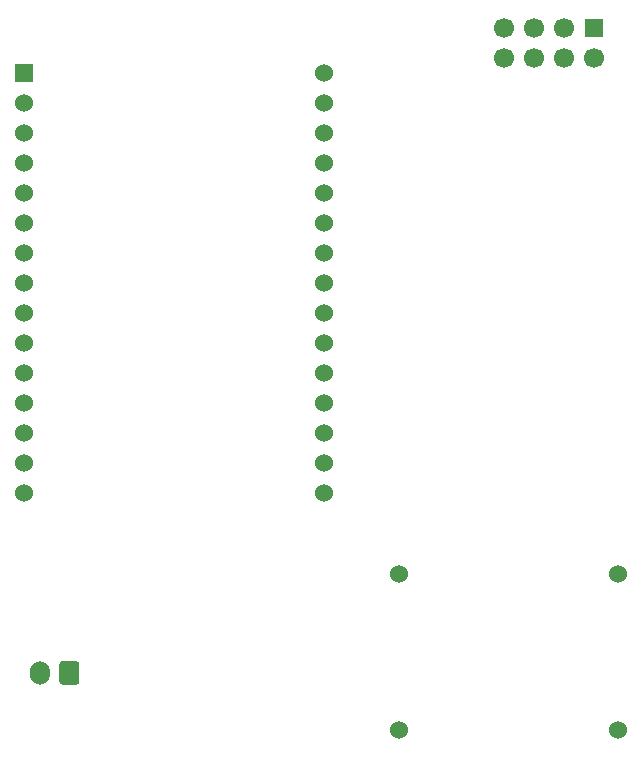
<source format=gbr>
%TF.GenerationSoftware,KiCad,Pcbnew,(5.1.10)-1*%
%TF.CreationDate,2022-04-03T22:30:19-03:00*%
%TF.ProjectId,ESP32_nFR24L01,45535033-325f-46e4-9652-32344c30312e,rev?*%
%TF.SameCoordinates,Original*%
%TF.FileFunction,Soldermask,Bot*%
%TF.FilePolarity,Negative*%
%FSLAX46Y46*%
G04 Gerber Fmt 4.6, Leading zero omitted, Abs format (unit mm)*
G04 Created by KiCad (PCBNEW (5.1.10)-1) date 2022-04-03 22:30:19*
%MOMM*%
%LPD*%
G01*
G04 APERTURE LIST*
%ADD10O,1.700000X2.000000*%
%ADD11C,1.524000*%
%ADD12C,1.700000*%
%ADD13R,1.524000X1.524000*%
G04 APERTURE END LIST*
D10*
%TO.C,J1*%
X121960000Y-121920000D03*
G36*
G01*
X125310000Y-121170000D02*
X125310000Y-122670000D01*
G75*
G02*
X125060000Y-122920000I-250000J0D01*
G01*
X123860000Y-122920000D01*
G75*
G02*
X123610000Y-122670000I0J250000D01*
G01*
X123610000Y-121170000D01*
G75*
G02*
X123860000Y-120920000I250000J0D01*
G01*
X125060000Y-120920000D01*
G75*
G02*
X125310000Y-121170000I0J-250000D01*
G01*
G37*
%TD*%
D11*
%TO.C,U3*%
X152400000Y-126746000D03*
X170942000Y-126746000D03*
X152400000Y-113538000D03*
X170942000Y-113538000D03*
%TD*%
D12*
%TO.C,U2*%
X161290000Y-69850000D03*
X161290000Y-67310000D03*
X163830000Y-69850000D03*
X163830000Y-67310000D03*
X166370000Y-69850000D03*
X166370000Y-67310000D03*
X168910000Y-69850000D03*
D13*
X168910000Y-67310000D03*
%TD*%
%TO.C,U1*%
X120650000Y-71120000D03*
D11*
X120650000Y-73660000D03*
X120650000Y-76200000D03*
X120650000Y-78740000D03*
X120650000Y-81280000D03*
X120650000Y-83820000D03*
X120650000Y-86360000D03*
X120650000Y-88900000D03*
X120650000Y-91440000D03*
X120650000Y-93980000D03*
X120650000Y-96520000D03*
X120650000Y-99060000D03*
X120650000Y-101600000D03*
X120650000Y-104140000D03*
X120650000Y-106680000D03*
X146050000Y-106680000D03*
X146050000Y-104140000D03*
X146050000Y-101600000D03*
X146050000Y-99060000D03*
X146050000Y-96520000D03*
X146050000Y-93980000D03*
X146050000Y-91440000D03*
X146050000Y-88900000D03*
X146050000Y-86360000D03*
X146050000Y-83820000D03*
X146050000Y-81280000D03*
X146050000Y-78740000D03*
X146050000Y-76200000D03*
X146050000Y-73660000D03*
X146050000Y-71120000D03*
%TD*%
M02*

</source>
